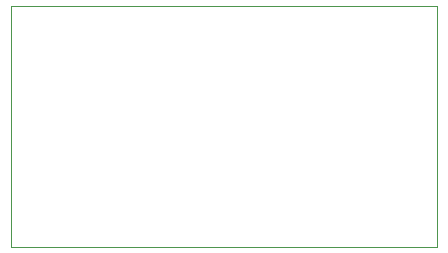
<source format=gko>
%TF.GenerationSoftware,KiCad,Pcbnew,(5.1.9)-1*%
%TF.CreationDate,2021-06-07T23:04:27-04:00*%
%TF.ProjectId,cbm-pla,63626d2d-706c-4612-9e6b-696361645f70,rev?*%
%TF.SameCoordinates,Original*%
%TF.FileFunction,Profile,NP*%
%FSLAX46Y46*%
G04 Gerber Fmt 4.6, Leading zero omitted, Abs format (unit mm)*
G04 Created by KiCad (PCBNEW (5.1.9)-1) date 2021-06-07 23:04:27*
%MOMM*%
%LPD*%
G01*
G04 APERTURE LIST*
%TA.AperFunction,Profile*%
%ADD10C,0.050000*%
%TD*%
G04 APERTURE END LIST*
D10*
X132334000Y-90576400D02*
X132334000Y-70231000D01*
X168427400Y-90576400D02*
X132334000Y-90576400D01*
X168427400Y-70231000D02*
X168427400Y-90576400D01*
X132334000Y-70231000D02*
X168427400Y-70231000D01*
M02*

</source>
